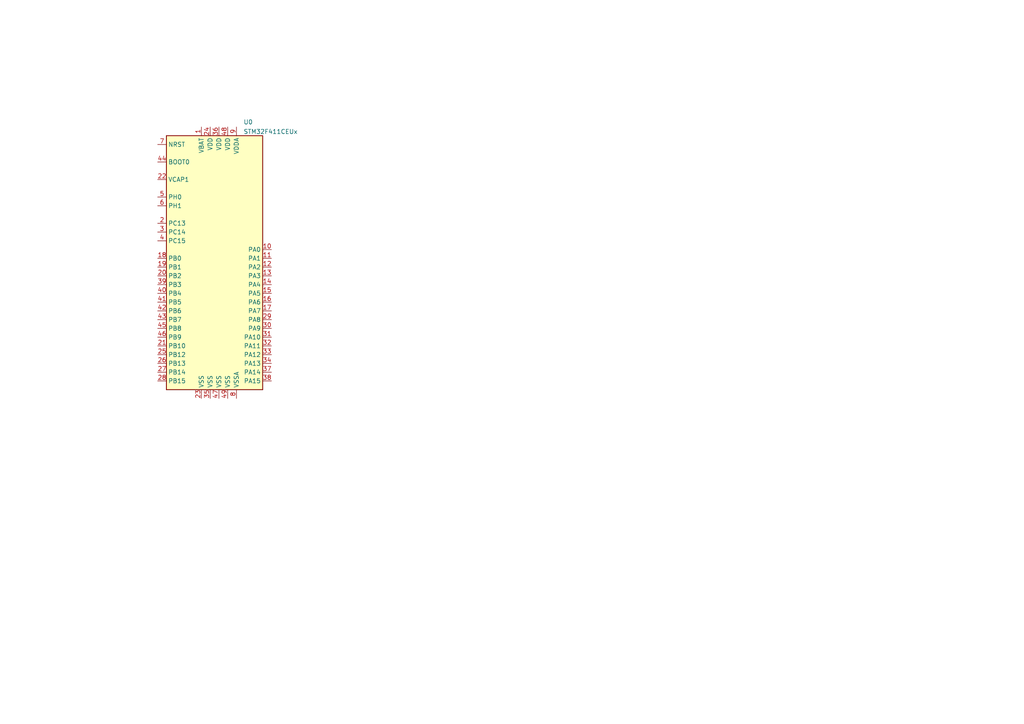
<source format=kicad_sch>
(kicad_sch (version 20211123) (generator eeschema)
  (paper "A4")
  (lib_symbols
    (symbol "MCU_ST_STM32F4:STM32F411CEUx"
      (property "Reference" "U" (at -15.24 36.83 0))
      (property "Value" "STM32F411CEUx" (at 7.62 36.83 0))
      (symbol "STM32F411CEUx_0_1"
        (rectangle (start -15.24 -38.1) (end 12.7 35.56) (stroke (width 0.254)) (fill (type background)))
      )
      (symbol "STM32F411CEUx_1_1"
        (pin power_in line (at -5.08 38.1 270) (length 2.54) (name "VBAT") (number "1"))
        (pin bidirectional line (at 15.24 2.54 180) (length 2.54) (name "PA0") (number "10"))
        (pin bidirectional line (at 15.24 0 180) (length 2.54) (name "PA1") (number "11"))
        (pin bidirectional line (at 15.24 -2.54 180) (length 2.54) (name "PA2") (number "12"))
        (pin bidirectional line (at 15.24 -5.08 180) (length 2.54) (name "PA3") (number "13"))
        (pin bidirectional line (at 15.24 -7.62 180) (length 2.54) (name "PA4") (number "14"))
        (pin bidirectional line (at 15.24 -10.16 180) (length 2.54) (name "PA5") (number "15"))
        (pin bidirectional line (at 15.24 -12.7 180) (length 2.54) (name "PA6") (number "16"))
        (pin bidirectional line (at 15.24 -15.24 180) (length 2.54) (name "PA7") (number "17"))
        (pin bidirectional line (at -17.78 0 0) (length 2.54) (name "PB0") (number "18"))
        (pin bidirectional line (at -17.78 -2.54 0) (length 2.54) (name "PB1") (number "19"))
        (pin bidirectional line (at -17.78 10.16 0) (length 2.54) (name "PC13") (number "2"))
        (pin bidirectional line (at -17.78 -5.08 0) (length 2.54) (name "PB2") (number "20"))
        (pin bidirectional line (at -17.78 -25.4 0) (length 2.54) (name "PB10") (number "21"))
        (pin power_in line (at -17.78 22.86 0) (length 2.54) (name "VCAP1") (number "22"))
        (pin power_in line (at -5.08 -40.64 90) (length 2.54) (name "VSS") (number "23"))
        (pin power_in line (at -2.54 38.1 270) (length 2.54) (name "VDD") (number "24"))
        (pin bidirectional line (at -17.78 -27.94 0) (length 2.54) (name "PB12") (number "25"))
        (pin bidirectional line (at -17.78 -30.48 0) (length 2.54) (name "PB13") (number "26"))
        (pin bidirectional line (at -17.78 -33.02 0) (length 2.54) (name "PB14") (number "27"))
        (pin bidirectional line (at -17.78 -35.56 0) (length 2.54) (name "PB15") (number "28"))
        (pin bidirectional line (at 15.24 -17.78 180) (length 2.54) (name "PA8") (number "29"))
        (pin bidirectional line (at -17.78 7.62 0) (length 2.54) (name "PC14") (number "3"))
        (pin bidirectional line (at 15.24 -20.32 180) (length 2.54) (name "PA9") (number "30"))
        (pin bidirectional line (at 15.24 -22.86 180) (length 2.54) (name "PA10") (number "31"))
        (pin bidirectional line (at 15.24 -25.4 180) (length 2.54) (name "PA11") (number "32"))
        (pin bidirectional line (at 15.24 -27.94 180) (length 2.54) (name "PA12") (number "33"))
        (pin bidirectional line (at 15.24 -30.48 180) (length 2.54) (name "PA13") (number "34"))
        (pin power_in line (at -2.54 -40.64 90) (length 2.54) (name "VSS") (number "35"))
        (pin power_in line (at 0 38.1 270) (length 2.54) (name "VDD") (number "36"))
        (pin bidirectional line (at 15.24 -33.02 180) (length 2.54) (name "PA14") (number "37"))
        (pin bidirectional line (at 15.24 -35.56 180) (length 2.54) (name "PA15") (number "38"))
        (pin bidirectional line (at -17.78 -7.62 0) (length 2.54) (name "PB3") (number "39"))
        (pin bidirectional line (at -17.78 5.08 0) (length 2.54) (name "PC15") (number "4"))
        (pin bidirectional line (at -17.78 -10.16 0) (length 2.54) (name "PB4") (number "40"))
        (pin bidirectional line (at -17.78 -12.7 0) (length 2.54) (name "PB5") (number "41"))
        (pin bidirectional line (at -17.78 -15.24 0) (length 2.54) (name "PB6") (number "42"))
        (pin bidirectional line (at -17.78 -17.78 0) (length 2.54) (name "PB7") (number "43"))
        (pin input line (at -17.78 27.94 0) (length 2.54) (name "BOOT0") (number "44"))
        (pin bidirectional line (at -17.78 -20.32 0) (length 2.54) (name "PB8") (number "45"))
        (pin bidirectional line (at -17.78 -22.86 0) (length 2.54) (name "PB9") (number "46"))
        (pin power_in line (at 0 -40.64 90) (length 2.54) (name "VSS") (number "47"))
        (pin power_in line (at 2.54 38.1 270) (length 2.54) (name "VDD") (number "48"))
        (pin power_in line (at 2.54 -40.64 90) (length 2.54) (name "VSS") (number "49"))
        (pin input line (at -17.78 17.78 0) (length 2.54) (name "PH0") (number "5"))
        (pin input line (at -17.78 15.24 0) (length 2.54) (name "PH1") (number "6"))
        (pin input line (at -17.78 33.02 0) (length 2.54) (name "NRST") (number "7"))
        (pin power_in line (at 5.08 -40.64 90) (length 2.54) (name "VSSA") (number "8"))
        (pin power_in line (at 5.08 38.1 270) (length 2.54) (name "VDDA") (number "9"))
      )
    )
  )
  (symbol (lib_id "MCU_ST_STM32F4:STM32F411CEUx") (at 63.5 74.93 0) (unit 1)
    (property "Reference" "U0" (at 70.5994 35.4035 0) (effects (justify left)))
    (property "Value" "STM32F411CEUx" (at 70.5994 38.1786 0) (effects (justify left)))
    (property "Footprint" "Package_DFN_QFN:QFN-48-1EP_7x7mm_P0.5mm_EP5.6x5.6mm" (effects hide))
    (property "Datasheet" "http://www.st.com/st-web-ui/static/active/en/resource/technical/document/datasheet/DM00115249.pdf" (effects hide))
  )
)
</source>
